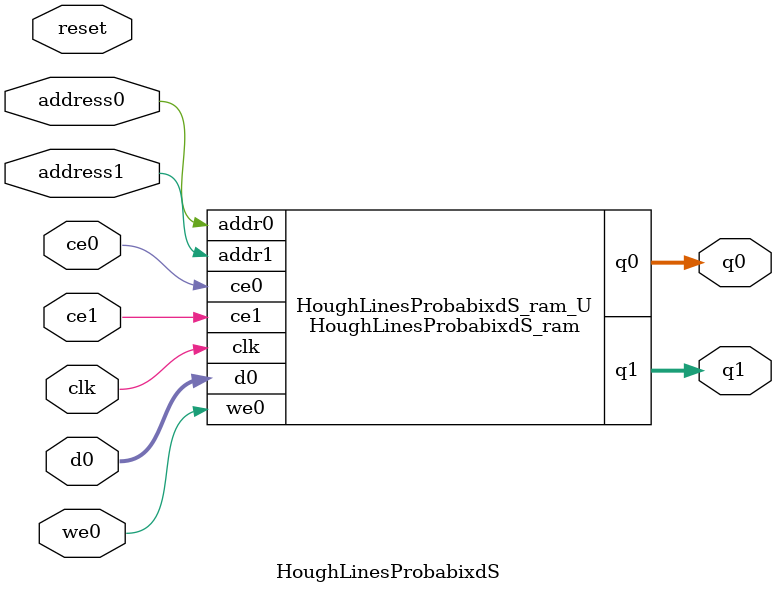
<source format=v>

`timescale 1 ns / 1 ps
module HoughLinesProbabixdS_ram (addr0, ce0, d0, we0, q0, addr1, ce1, q1,  clk);

parameter DWIDTH = 32;
parameter AWIDTH = 1;
parameter MEM_SIZE = 2;

input[AWIDTH-1:0] addr0;
input ce0;
input[DWIDTH-1:0] d0;
input we0;
output reg[DWIDTH-1:0] q0;
input[AWIDTH-1:0] addr1;
input ce1;
output reg[DWIDTH-1:0] q1;
input clk;

(* ram_style = "distributed" *)reg [DWIDTH-1:0] ram[0:MEM_SIZE-1];




always @(posedge clk)  
begin 
    if (ce0) 
    begin
        if (we0) 
        begin 
            ram[addr0] <= d0; 
            q0 <= d0;
        end 
        else 
            q0 <= ram[addr0];
    end
end


always @(posedge clk)  
begin 
    if (ce1) 
    begin
            q1 <= ram[addr1];
    end
end


endmodule


`timescale 1 ns / 1 ps
module HoughLinesProbabixdS(
    reset,
    clk,
    address0,
    ce0,
    we0,
    d0,
    q0,
    address1,
    ce1,
    q1);

parameter DataWidth = 32'd32;
parameter AddressRange = 32'd2;
parameter AddressWidth = 32'd1;
input reset;
input clk;
input[AddressWidth - 1:0] address0;
input ce0;
input we0;
input[DataWidth - 1:0] d0;
output[DataWidth - 1:0] q0;
input[AddressWidth - 1:0] address1;
input ce1;
output[DataWidth - 1:0] q1;



HoughLinesProbabixdS_ram HoughLinesProbabixdS_ram_U(
    .clk( clk ),
    .addr0( address0 ),
    .ce0( ce0 ),
    .we0( we0 ),
    .d0( d0 ),
    .q0( q0 ),
    .addr1( address1 ),
    .ce1( ce1 ),
    .q1( q1 ));

endmodule


</source>
